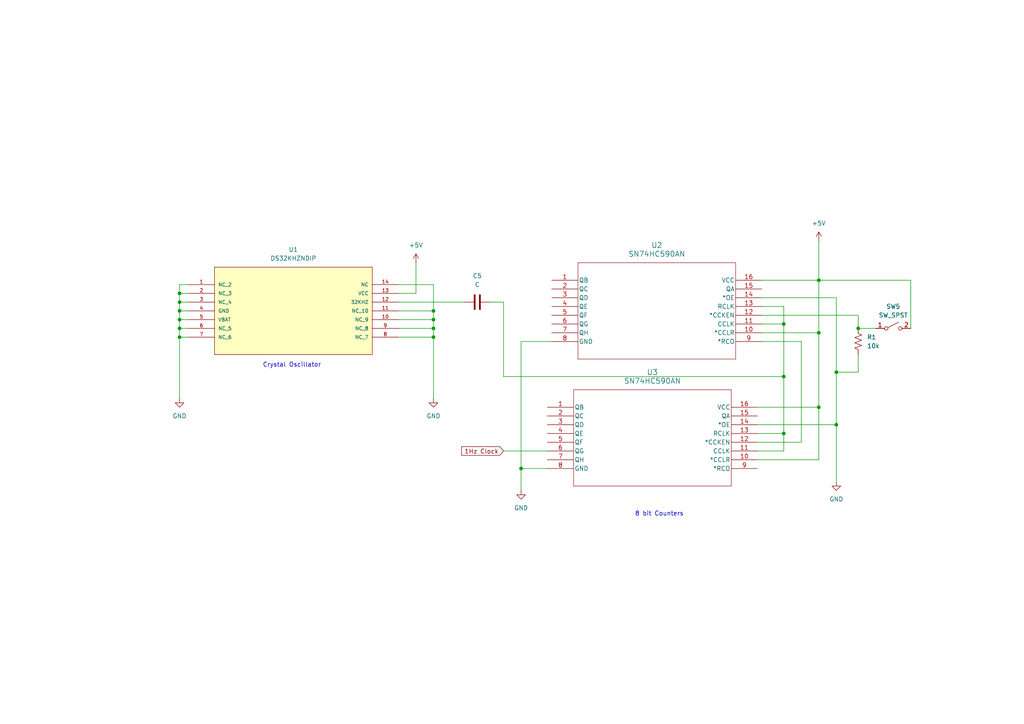
<source format=kicad_sch>
(kicad_sch (version 20230121) (generator eeschema)

  (uuid c7b2a19f-f595-4731-b116-adf373a3a265)

  (paper "A4")

  (lib_symbols
    (symbol "ClockLibrary:DS32KHZNDIP" (pin_names (offset 1.016)) (in_bom yes) (on_board yes)
      (property "Reference" "U" (at 25.7882 9.1301 0)
        (effects (font (size 1.27 1.27)) (justify left bottom))
      )
      (property "Value" "DS32KHZNDIP" (at 25.1644 6.5901 0)
        (effects (font (size 1.27 1.27)) (justify left bottom))
      )
      (property "Footprint" "DS32KHZNDIP:21-0244A" (at 0 0 0)
        (effects (font (size 1.27 1.27)) (justify bottom) hide)
      )
      (property "Datasheet" "" (at 0 0 0)
        (effects (font (size 1.27 1.27)) hide)
      )
      (property "MANUFACTURER_NAME" "Maxim" (at 0 0 0)
        (effects (font (size 1.27 1.27)) (justify bottom) hide)
      )
      (property "VENDOR" "Maxim" (at 0 0 0)
        (effects (font (size 1.27 1.27)) (justify bottom) hide)
      )
      (property "MANUFACTURER_PART_NUMBER" "DS32KHZNDIP" (at 0 0 0)
        (effects (font (size 1.27 1.27)) (justify bottom) hide)
      )
      (symbol "DS32KHZNDIP_0_0"
        (rectangle (start 7.62 -20.32) (end 53.34 5.08)
          (stroke (width 0.1524) (type default))
          (fill (type background))
        )
        (pin passive line (at 0 0 0) (length 7.62)
          (name "NC_2" (effects (font (size 1.016 1.016))))
          (number "1" (effects (font (size 1.016 1.016))))
        )
        (pin passive line (at 60.96 -10.16 180) (length 7.62)
          (name "NC_9" (effects (font (size 1.016 1.016))))
          (number "10" (effects (font (size 1.016 1.016))))
        )
        (pin passive line (at 60.96 -7.62 180) (length 7.62)
          (name "NC_10" (effects (font (size 1.016 1.016))))
          (number "11" (effects (font (size 1.016 1.016))))
        )
        (pin passive line (at 60.96 -5.08 180) (length 7.62)
          (name "32KHZ" (effects (font (size 1.016 1.016))))
          (number "12" (effects (font (size 1.016 1.016))))
        )
        (pin power_in line (at 60.96 -2.54 180) (length 7.62)
          (name "VCC" (effects (font (size 1.016 1.016))))
          (number "13" (effects (font (size 1.016 1.016))))
        )
        (pin passive line (at 60.96 0 180) (length 7.62)
          (name "NC" (effects (font (size 1.016 1.016))))
          (number "14" (effects (font (size 1.016 1.016))))
        )
        (pin passive line (at 0 -2.54 0) (length 7.62)
          (name "NC_3" (effects (font (size 1.016 1.016))))
          (number "2" (effects (font (size 1.016 1.016))))
        )
        (pin passive line (at 0 -5.08 0) (length 7.62)
          (name "NC_4" (effects (font (size 1.016 1.016))))
          (number "3" (effects (font (size 1.016 1.016))))
        )
        (pin power_in line (at 0 -7.62 0) (length 7.62)
          (name "GND" (effects (font (size 1.016 1.016))))
          (number "4" (effects (font (size 1.016 1.016))))
        )
        (pin power_in line (at 0 -10.16 0) (length 7.62)
          (name "VBAT" (effects (font (size 1.016 1.016))))
          (number "5" (effects (font (size 1.016 1.016))))
        )
        (pin passive line (at 0 -12.7 0) (length 7.62)
          (name "NC_5" (effects (font (size 1.016 1.016))))
          (number "6" (effects (font (size 1.016 1.016))))
        )
        (pin passive line (at 0 -15.24 0) (length 7.62)
          (name "NC_6" (effects (font (size 1.016 1.016))))
          (number "7" (effects (font (size 1.016 1.016))))
        )
        (pin passive line (at 60.96 -15.24 180) (length 7.62)
          (name "NC_7" (effects (font (size 1.016 1.016))))
          (number "8" (effects (font (size 1.016 1.016))))
        )
        (pin passive line (at 60.96 -12.7 180) (length 7.62)
          (name "NC_8" (effects (font (size 1.016 1.016))))
          (number "9" (effects (font (size 1.016 1.016))))
        )
      )
    )
    (symbol "ClockLibrary:SN74HC590AN" (pin_names (offset 0.254)) (in_bom yes) (on_board yes)
      (property "Reference" "U" (at 30.48 10.16 0)
        (effects (font (size 1.524 1.524)))
      )
      (property "Value" "SN74HC590AN" (at 30.48 7.62 0)
        (effects (font (size 1.524 1.524)))
      )
      (property "Footprint" "N16" (at 0 0 0)
        (effects (font (size 1.27 1.27) italic) hide)
      )
      (property "Datasheet" "SN74HC590AN" (at 0 0 0)
        (effects (font (size 1.27 1.27) italic) hide)
      )
      (property "ki_locked" "" (at 0 0 0)
        (effects (font (size 1.27 1.27)))
      )
      (property "ki_keywords" "SN74HC590AN" (at 0 0 0)
        (effects (font (size 1.27 1.27)) hide)
      )
      (property "ki_fp_filters" "N16" (at 0 0 0)
        (effects (font (size 1.27 1.27)) hide)
      )
      (symbol "SN74HC590AN_0_1"
        (polyline
          (pts
            (xy 7.62 -22.86)
            (xy 53.34 -22.86)
          )
          (stroke (width 0.127) (type default))
          (fill (type none))
        )
        (polyline
          (pts
            (xy 7.62 5.08)
            (xy 7.62 -22.86)
          )
          (stroke (width 0.127) (type default))
          (fill (type none))
        )
        (polyline
          (pts
            (xy 53.34 -22.86)
            (xy 53.34 5.08)
          )
          (stroke (width 0.127) (type default))
          (fill (type none))
        )
        (polyline
          (pts
            (xy 53.34 5.08)
            (xy 7.62 5.08)
          )
          (stroke (width 0.127) (type default))
          (fill (type none))
        )
        (pin output line (at 0 0 0) (length 7.62)
          (name "QB" (effects (font (size 1.27 1.27))))
          (number "1" (effects (font (size 1.27 1.27))))
        )
        (pin input line (at 60.96 -15.24 180) (length 7.62)
          (name "*CCLR" (effects (font (size 1.27 1.27))))
          (number "10" (effects (font (size 1.27 1.27))))
        )
        (pin input line (at 60.96 -12.7 180) (length 7.62)
          (name "CCLK" (effects (font (size 1.27 1.27))))
          (number "11" (effects (font (size 1.27 1.27))))
        )
        (pin input line (at 60.96 -10.16 180) (length 7.62)
          (name "*CCKEN" (effects (font (size 1.27 1.27))))
          (number "12" (effects (font (size 1.27 1.27))))
        )
        (pin input line (at 60.96 -7.62 180) (length 7.62)
          (name "RCLK" (effects (font (size 1.27 1.27))))
          (number "13" (effects (font (size 1.27 1.27))))
        )
        (pin input line (at 60.96 -5.08 180) (length 7.62)
          (name "*OE" (effects (font (size 1.27 1.27))))
          (number "14" (effects (font (size 1.27 1.27))))
        )
        (pin output line (at 60.96 -2.54 180) (length 7.62)
          (name "QA" (effects (font (size 1.27 1.27))))
          (number "15" (effects (font (size 1.27 1.27))))
        )
        (pin power_in line (at 60.96 0 180) (length 7.62)
          (name "VCC" (effects (font (size 1.27 1.27))))
          (number "16" (effects (font (size 1.27 1.27))))
        )
        (pin output line (at 0 -2.54 0) (length 7.62)
          (name "QC" (effects (font (size 1.27 1.27))))
          (number "2" (effects (font (size 1.27 1.27))))
        )
        (pin output line (at 0 -5.08 0) (length 7.62)
          (name "QD" (effects (font (size 1.27 1.27))))
          (number "3" (effects (font (size 1.27 1.27))))
        )
        (pin output line (at 0 -7.62 0) (length 7.62)
          (name "QE" (effects (font (size 1.27 1.27))))
          (number "4" (effects (font (size 1.27 1.27))))
        )
        (pin output line (at 0 -10.16 0) (length 7.62)
          (name "QF" (effects (font (size 1.27 1.27))))
          (number "5" (effects (font (size 1.27 1.27))))
        )
        (pin output line (at 0 -12.7 0) (length 7.62)
          (name "QG" (effects (font (size 1.27 1.27))))
          (number "6" (effects (font (size 1.27 1.27))))
        )
        (pin output line (at 0 -15.24 0) (length 7.62)
          (name "QH" (effects (font (size 1.27 1.27))))
          (number "7" (effects (font (size 1.27 1.27))))
        )
        (pin power_in line (at 0 -17.78 0) (length 7.62)
          (name "GND" (effects (font (size 1.27 1.27))))
          (number "8" (effects (font (size 1.27 1.27))))
        )
        (pin output line (at 60.96 -17.78 180) (length 7.62)
          (name "*RCO" (effects (font (size 1.27 1.27))))
          (number "9" (effects (font (size 1.27 1.27))))
        )
      )
    )
    (symbol "Device:C" (pin_numbers hide) (pin_names (offset 0.254)) (in_bom yes) (on_board yes)
      (property "Reference" "C" (at 0.635 2.54 0)
        (effects (font (size 1.27 1.27)) (justify left))
      )
      (property "Value" "C" (at 0.635 -2.54 0)
        (effects (font (size 1.27 1.27)) (justify left))
      )
      (property "Footprint" "" (at 0.9652 -3.81 0)
        (effects (font (size 1.27 1.27)) hide)
      )
      (property "Datasheet" "~" (at 0 0 0)
        (effects (font (size 1.27 1.27)) hide)
      )
      (property "ki_keywords" "cap capacitor" (at 0 0 0)
        (effects (font (size 1.27 1.27)) hide)
      )
      (property "ki_description" "Unpolarized capacitor" (at 0 0 0)
        (effects (font (size 1.27 1.27)) hide)
      )
      (property "ki_fp_filters" "C_*" (at 0 0 0)
        (effects (font (size 1.27 1.27)) hide)
      )
      (symbol "C_0_1"
        (polyline
          (pts
            (xy -2.032 -0.762)
            (xy 2.032 -0.762)
          )
          (stroke (width 0.508) (type default))
          (fill (type none))
        )
        (polyline
          (pts
            (xy -2.032 0.762)
            (xy 2.032 0.762)
          )
          (stroke (width 0.508) (type default))
          (fill (type none))
        )
      )
      (symbol "C_1_1"
        (pin passive line (at 0 3.81 270) (length 2.794)
          (name "~" (effects (font (size 1.27 1.27))))
          (number "1" (effects (font (size 1.27 1.27))))
        )
        (pin passive line (at 0 -3.81 90) (length 2.794)
          (name "~" (effects (font (size 1.27 1.27))))
          (number "2" (effects (font (size 1.27 1.27))))
        )
      )
    )
    (symbol "Device:R_US" (pin_numbers hide) (pin_names (offset 0)) (in_bom yes) (on_board yes)
      (property "Reference" "R" (at 2.54 0 90)
        (effects (font (size 1.27 1.27)))
      )
      (property "Value" "R_US" (at -2.54 0 90)
        (effects (font (size 1.27 1.27)))
      )
      (property "Footprint" "" (at 1.016 -0.254 90)
        (effects (font (size 1.27 1.27)) hide)
      )
      (property "Datasheet" "~" (at 0 0 0)
        (effects (font (size 1.27 1.27)) hide)
      )
      (property "ki_keywords" "R res resistor" (at 0 0 0)
        (effects (font (size 1.27 1.27)) hide)
      )
      (property "ki_description" "Resistor, US symbol" (at 0 0 0)
        (effects (font (size 1.27 1.27)) hide)
      )
      (property "ki_fp_filters" "R_*" (at 0 0 0)
        (effects (font (size 1.27 1.27)) hide)
      )
      (symbol "R_US_0_1"
        (polyline
          (pts
            (xy 0 -2.286)
            (xy 0 -2.54)
          )
          (stroke (width 0) (type default))
          (fill (type none))
        )
        (polyline
          (pts
            (xy 0 2.286)
            (xy 0 2.54)
          )
          (stroke (width 0) (type default))
          (fill (type none))
        )
        (polyline
          (pts
            (xy 0 -0.762)
            (xy 1.016 -1.143)
            (xy 0 -1.524)
            (xy -1.016 -1.905)
            (xy 0 -2.286)
          )
          (stroke (width 0) (type default))
          (fill (type none))
        )
        (polyline
          (pts
            (xy 0 0.762)
            (xy 1.016 0.381)
            (xy 0 0)
            (xy -1.016 -0.381)
            (xy 0 -0.762)
          )
          (stroke (width 0) (type default))
          (fill (type none))
        )
        (polyline
          (pts
            (xy 0 2.286)
            (xy 1.016 1.905)
            (xy 0 1.524)
            (xy -1.016 1.143)
            (xy 0 0.762)
          )
          (stroke (width 0) (type default))
          (fill (type none))
        )
      )
      (symbol "R_US_1_1"
        (pin passive line (at 0 3.81 270) (length 1.27)
          (name "~" (effects (font (size 1.27 1.27))))
          (number "1" (effects (font (size 1.27 1.27))))
        )
        (pin passive line (at 0 -3.81 90) (length 1.27)
          (name "~" (effects (font (size 1.27 1.27))))
          (number "2" (effects (font (size 1.27 1.27))))
        )
      )
    )
    (symbol "Switch:SW_SPST" (pin_names (offset 0) hide) (in_bom yes) (on_board yes)
      (property "Reference" "SW" (at 0 3.175 0)
        (effects (font (size 1.27 1.27)))
      )
      (property "Value" "SW_SPST" (at 0 -2.54 0)
        (effects (font (size 1.27 1.27)))
      )
      (property "Footprint" "" (at 0 0 0)
        (effects (font (size 1.27 1.27)) hide)
      )
      (property "Datasheet" "~" (at 0 0 0)
        (effects (font (size 1.27 1.27)) hide)
      )
      (property "ki_keywords" "switch lever" (at 0 0 0)
        (effects (font (size 1.27 1.27)) hide)
      )
      (property "ki_description" "Single Pole Single Throw (SPST) switch" (at 0 0 0)
        (effects (font (size 1.27 1.27)) hide)
      )
      (symbol "SW_SPST_0_0"
        (circle (center -2.032 0) (radius 0.508)
          (stroke (width 0) (type default))
          (fill (type none))
        )
        (polyline
          (pts
            (xy -1.524 0.254)
            (xy 1.524 1.778)
          )
          (stroke (width 0) (type default))
          (fill (type none))
        )
        (circle (center 2.032 0) (radius 0.508)
          (stroke (width 0) (type default))
          (fill (type none))
        )
      )
      (symbol "SW_SPST_1_1"
        (pin passive line (at -5.08 0 0) (length 2.54)
          (name "A" (effects (font (size 1.27 1.27))))
          (number "1" (effects (font (size 1.27 1.27))))
        )
        (pin passive line (at 5.08 0 180) (length 2.54)
          (name "B" (effects (font (size 1.27 1.27))))
          (number "2" (effects (font (size 1.27 1.27))))
        )
      )
    )
    (symbol "power:+5V" (power) (pin_names (offset 0)) (in_bom yes) (on_board yes)
      (property "Reference" "#PWR" (at 0 -3.81 0)
        (effects (font (size 1.27 1.27)) hide)
      )
      (property "Value" "+5V" (at 0 3.556 0)
        (effects (font (size 1.27 1.27)))
      )
      (property "Footprint" "" (at 0 0 0)
        (effects (font (size 1.27 1.27)) hide)
      )
      (property "Datasheet" "" (at 0 0 0)
        (effects (font (size 1.27 1.27)) hide)
      )
      (property "ki_keywords" "global power" (at 0 0 0)
        (effects (font (size 1.27 1.27)) hide)
      )
      (property "ki_description" "Power symbol creates a global label with name \"+5V\"" (at 0 0 0)
        (effects (font (size 1.27 1.27)) hide)
      )
      (symbol "+5V_0_1"
        (polyline
          (pts
            (xy -0.762 1.27)
            (xy 0 2.54)
          )
          (stroke (width 0) (type default))
          (fill (type none))
        )
        (polyline
          (pts
            (xy 0 0)
            (xy 0 2.54)
          )
          (stroke (width 0) (type default))
          (fill (type none))
        )
        (polyline
          (pts
            (xy 0 2.54)
            (xy 0.762 1.27)
          )
          (stroke (width 0) (type default))
          (fill (type none))
        )
      )
      (symbol "+5V_1_1"
        (pin power_in line (at 0 0 90) (length 0) hide
          (name "+5V" (effects (font (size 1.27 1.27))))
          (number "1" (effects (font (size 1.27 1.27))))
        )
      )
    )
    (symbol "power:GND" (power) (pin_names (offset 0)) (in_bom yes) (on_board yes)
      (property "Reference" "#PWR" (at 0 -6.35 0)
        (effects (font (size 1.27 1.27)) hide)
      )
      (property "Value" "GND" (at 0 -3.81 0)
        (effects (font (size 1.27 1.27)))
      )
      (property "Footprint" "" (at 0 0 0)
        (effects (font (size 1.27 1.27)) hide)
      )
      (property "Datasheet" "" (at 0 0 0)
        (effects (font (size 1.27 1.27)) hide)
      )
      (property "ki_keywords" "global power" (at 0 0 0)
        (effects (font (size 1.27 1.27)) hide)
      )
      (property "ki_description" "Power symbol creates a global label with name \"GND\" , ground" (at 0 0 0)
        (effects (font (size 1.27 1.27)) hide)
      )
      (symbol "GND_0_1"
        (polyline
          (pts
            (xy 0 0)
            (xy 0 -1.27)
            (xy 1.27 -1.27)
            (xy 0 -2.54)
            (xy -1.27 -1.27)
            (xy 0 -1.27)
          )
          (stroke (width 0) (type default))
          (fill (type none))
        )
      )
      (symbol "GND_1_1"
        (pin power_in line (at 0 0 270) (length 0) hide
          (name "GND" (effects (font (size 1.27 1.27))))
          (number "1" (effects (font (size 1.27 1.27))))
        )
      )
    )
  )

  (junction (at 52.07 95.25) (diameter 0) (color 0 0 0 0)
    (uuid 072f8c8e-4e75-4cef-9c5e-962e2f531d0b)
  )
  (junction (at 237.49 96.52) (diameter 0) (color 0 0 0 0)
    (uuid 09d306c1-7069-465e-8772-98c184715a04)
  )
  (junction (at 248.92 95.25) (diameter 0) (color 0 0 0 0)
    (uuid 139055bb-d317-4b84-90fb-8c6e29b9f21f)
  )
  (junction (at 237.49 118.11) (diameter 0) (color 0 0 0 0)
    (uuid 2414a378-6e71-4fbe-8bae-f82ec549cb10)
  )
  (junction (at 227.33 93.98) (diameter 0) (color 0 0 0 0)
    (uuid 24ccb99e-f340-45e2-8570-77edfd5100e0)
  )
  (junction (at 125.73 90.17) (diameter 0) (color 0 0 0 0)
    (uuid 38e87dd5-9dfc-4d6d-8493-86e0478f2006)
  )
  (junction (at 52.07 97.79) (diameter 0) (color 0 0 0 0)
    (uuid 4d56049e-dc65-4fe8-844c-962d59a12f8f)
  )
  (junction (at 125.73 97.79) (diameter 0) (color 0 0 0 0)
    (uuid 664201e8-5267-479e-89a7-79df0bceb2a9)
  )
  (junction (at 125.73 95.25) (diameter 0) (color 0 0 0 0)
    (uuid 6961225c-3f56-4071-b82b-c867f258c224)
  )
  (junction (at 52.07 92.71) (diameter 0) (color 0 0 0 0)
    (uuid 8174d28d-7eea-48fd-b33f-7593f43ac632)
  )
  (junction (at 52.07 90.17) (diameter 0) (color 0 0 0 0)
    (uuid 85488b77-05bc-4426-8d66-28167ed93cbe)
  )
  (junction (at 227.33 109.22) (diameter 0) (color 0 0 0 0)
    (uuid 8b6b9931-99fe-441e-befc-5bce8637a191)
  )
  (junction (at 151.13 135.89) (diameter 0) (color 0 0 0 0)
    (uuid 911ab368-ec86-4b21-9679-25da4111f856)
  )
  (junction (at 227.33 125.73) (diameter 0) (color 0 0 0 0)
    (uuid a4137402-d401-4bbe-8ac6-f2044fdaaa27)
  )
  (junction (at 242.57 107.95) (diameter 0) (color 0 0 0 0)
    (uuid b51bf1b6-682a-4f52-8df0-5a9f15c85e3d)
  )
  (junction (at 125.73 92.71) (diameter 0) (color 0 0 0 0)
    (uuid ce72d940-6cdb-4ae4-8b66-477bf9d927fd)
  )
  (junction (at 52.07 85.09) (diameter 0) (color 0 0 0 0)
    (uuid ce8e557b-648f-4b4e-aa9a-89ea04b21920)
  )
  (junction (at 237.49 81.28) (diameter 0) (color 0 0 0 0)
    (uuid d7896001-626c-40fe-9af0-1b48b7e95751)
  )
  (junction (at 52.07 87.63) (diameter 0) (color 0 0 0 0)
    (uuid ebfb2c86-1b82-4c28-981f-0444ac89ca1c)
  )
  (junction (at 242.57 123.19) (diameter 0) (color 0 0 0 0)
    (uuid fb36db90-195a-4b09-bdaf-5828f035e017)
  )

  (wire (pts (xy 52.07 92.71) (xy 54.61 92.71))
    (stroke (width 0) (type default))
    (uuid 03c323c4-cdc6-46b7-821d-f4f42451116c)
  )
  (wire (pts (xy 146.05 87.63) (xy 146.05 109.22))
    (stroke (width 0) (type default))
    (uuid 087be814-bfeb-46f4-a3dd-8627c351bda2)
  )
  (wire (pts (xy 115.57 87.63) (xy 134.62 87.63))
    (stroke (width 0) (type default))
    (uuid 118f6c1f-9c8a-4f14-90d6-d6fdcc8f4abd)
  )
  (wire (pts (xy 219.71 125.73) (xy 227.33 125.73))
    (stroke (width 0) (type default))
    (uuid 13f913be-2800-4f10-ad11-1116ecd94f61)
  )
  (wire (pts (xy 115.57 85.09) (xy 120.65 85.09))
    (stroke (width 0) (type default))
    (uuid 14998001-6d5a-48f2-aa23-71e4f803bb1a)
  )
  (wire (pts (xy 151.13 99.06) (xy 151.13 135.89))
    (stroke (width 0) (type default))
    (uuid 1e81e8b5-9559-48c2-a7f6-02863e6e2156)
  )
  (wire (pts (xy 242.57 86.36) (xy 220.98 86.36))
    (stroke (width 0) (type default))
    (uuid 1ed2e9d0-b800-4adf-b4b1-f6d2b2990852)
  )
  (wire (pts (xy 220.98 99.06) (xy 232.41 99.06))
    (stroke (width 0) (type default))
    (uuid 1f904fa5-7dd3-45eb-ba48-3f76246f4baa)
  )
  (wire (pts (xy 220.98 81.28) (xy 237.49 81.28))
    (stroke (width 0) (type default))
    (uuid 245ff98a-6c74-41c0-a69c-545057335bc1)
  )
  (wire (pts (xy 52.07 82.55) (xy 52.07 85.09))
    (stroke (width 0) (type default))
    (uuid 26fd8508-0cc8-478d-b61c-d72fa8a475ee)
  )
  (wire (pts (xy 220.98 91.44) (xy 248.92 91.44))
    (stroke (width 0) (type default))
    (uuid 29404100-6de3-486c-90e9-49c175e5b97b)
  )
  (wire (pts (xy 248.92 102.87) (xy 248.92 107.95))
    (stroke (width 0) (type default))
    (uuid 2e26b3dc-950b-47b2-ade7-98c5d4e89c9a)
  )
  (wire (pts (xy 151.13 135.89) (xy 158.75 135.89))
    (stroke (width 0) (type default))
    (uuid 2fad3a27-001c-4930-aa5f-5b5ba775f0d1)
  )
  (wire (pts (xy 219.71 118.11) (xy 237.49 118.11))
    (stroke (width 0) (type default))
    (uuid 346398de-039f-4edb-b9d4-76f58f97c4f5)
  )
  (wire (pts (xy 248.92 95.25) (xy 254 95.25))
    (stroke (width 0) (type default))
    (uuid 36e15326-247a-41a2-887d-ff29932e28fb)
  )
  (wire (pts (xy 264.16 81.28) (xy 237.49 81.28))
    (stroke (width 0) (type default))
    (uuid 3c8a5aea-8bad-48df-9dbd-1a1ac7e51df4)
  )
  (wire (pts (xy 248.92 107.95) (xy 242.57 107.95))
    (stroke (width 0) (type default))
    (uuid 3e406149-d056-48bd-b9fb-f0ec0442f9a4)
  )
  (wire (pts (xy 219.71 130.81) (xy 227.33 130.81))
    (stroke (width 0) (type default))
    (uuid 3e506238-4d39-4dd7-b880-50f705c5a6d3)
  )
  (wire (pts (xy 120.65 85.09) (xy 120.65 76.2))
    (stroke (width 0) (type default))
    (uuid 479e0d15-0316-4ba7-a40b-fc1484aeb5a2)
  )
  (wire (pts (xy 227.33 93.98) (xy 220.98 93.98))
    (stroke (width 0) (type default))
    (uuid 4ae4ccc9-a252-4512-92bb-1428030934c9)
  )
  (wire (pts (xy 52.07 90.17) (xy 54.61 90.17))
    (stroke (width 0) (type default))
    (uuid 55e980fd-920e-4906-a998-d9e0f00ecdca)
  )
  (wire (pts (xy 52.07 87.63) (xy 52.07 90.17))
    (stroke (width 0) (type default))
    (uuid 57e75844-2343-4c8f-88d8-bcd40b9aa259)
  )
  (wire (pts (xy 52.07 95.25) (xy 52.07 92.71))
    (stroke (width 0) (type default))
    (uuid 5f380e71-5274-4c5a-8696-921f4aa1c69b)
  )
  (wire (pts (xy 232.41 128.27) (xy 219.71 128.27))
    (stroke (width 0) (type default))
    (uuid 6024f8e0-1ef5-4b53-91a1-db10df07c1cd)
  )
  (wire (pts (xy 227.33 125.73) (xy 227.33 109.22))
    (stroke (width 0) (type default))
    (uuid 645d472a-6c5f-4e8e-8b2e-17b014d99c6a)
  )
  (wire (pts (xy 220.98 96.52) (xy 237.49 96.52))
    (stroke (width 0) (type default))
    (uuid 64f9314a-f1eb-4a68-83a4-3842bb739e6c)
  )
  (wire (pts (xy 52.07 87.63) (xy 54.61 87.63))
    (stroke (width 0) (type default))
    (uuid 7167a7fe-5b7d-435e-af98-8277864e04fb)
  )
  (wire (pts (xy 115.57 92.71) (xy 125.73 92.71))
    (stroke (width 0) (type default))
    (uuid 79e70189-2909-4673-81cd-032c0ac96a8f)
  )
  (wire (pts (xy 237.49 96.52) (xy 237.49 81.28))
    (stroke (width 0) (type default))
    (uuid 7c930d51-f3ca-4eb3-be9d-07baa59875da)
  )
  (wire (pts (xy 115.57 97.79) (xy 125.73 97.79))
    (stroke (width 0) (type default))
    (uuid 82ad3683-28cf-4781-bd00-138657cf0a0c)
  )
  (wire (pts (xy 160.02 99.06) (xy 151.13 99.06))
    (stroke (width 0) (type default))
    (uuid 833f6051-3d23-45f9-af4e-318587bc2be0)
  )
  (wire (pts (xy 52.07 115.57) (xy 52.07 97.79))
    (stroke (width 0) (type default))
    (uuid 8e3e1f9b-7711-4c11-bf3f-1842096766e8)
  )
  (wire (pts (xy 242.57 86.36) (xy 242.57 107.95))
    (stroke (width 0) (type default))
    (uuid 98690521-a31a-457f-8c19-41fbf0ff0bd6)
  )
  (wire (pts (xy 125.73 90.17) (xy 125.73 92.71))
    (stroke (width 0) (type default))
    (uuid 98742c97-514e-40d4-af2a-d0abec1bc7ef)
  )
  (wire (pts (xy 248.92 91.44) (xy 248.92 95.25))
    (stroke (width 0) (type default))
    (uuid 99014bee-5891-4030-aa69-768dcb82e256)
  )
  (wire (pts (xy 219.71 133.35) (xy 237.49 133.35))
    (stroke (width 0) (type default))
    (uuid 9d8bf17a-a2e8-4918-bdbd-796d093fdabf)
  )
  (wire (pts (xy 52.07 97.79) (xy 52.07 95.25))
    (stroke (width 0) (type default))
    (uuid 9f7a8651-28d3-4607-a966-210fa52f8135)
  )
  (wire (pts (xy 264.16 95.25) (xy 264.16 81.28))
    (stroke (width 0) (type default))
    (uuid a2e53f9e-24b2-4936-aae1-1eabcdeb2e1c)
  )
  (wire (pts (xy 125.73 95.25) (xy 125.73 97.79))
    (stroke (width 0) (type default))
    (uuid a3ebb4e0-d10f-48fe-b5d3-81debfeeb811)
  )
  (wire (pts (xy 146.05 109.22) (xy 227.33 109.22))
    (stroke (width 0) (type default))
    (uuid a6995395-dbea-4600-bf35-701f004bec0d)
  )
  (wire (pts (xy 142.24 87.63) (xy 146.05 87.63))
    (stroke (width 0) (type default))
    (uuid a9e5fe3f-ef3a-4b56-ab1b-db8b8291e15b)
  )
  (wire (pts (xy 232.41 99.06) (xy 232.41 128.27))
    (stroke (width 0) (type default))
    (uuid ae2b87e6-7f2e-49e0-81ff-4ff7ac1fd7b9)
  )
  (wire (pts (xy 115.57 95.25) (xy 125.73 95.25))
    (stroke (width 0) (type default))
    (uuid b6c230d8-7818-4c10-ba2f-9f67a99cdfa1)
  )
  (wire (pts (xy 227.33 109.22) (xy 227.33 93.98))
    (stroke (width 0) (type default))
    (uuid b6fe9606-437a-4d11-8897-2e5b12743ae6)
  )
  (wire (pts (xy 52.07 85.09) (xy 52.07 87.63))
    (stroke (width 0) (type default))
    (uuid b8a64545-bd51-4013-9013-f3b982496964)
  )
  (wire (pts (xy 52.07 85.09) (xy 54.61 85.09))
    (stroke (width 0) (type default))
    (uuid b8b348df-4e91-4222-849b-4aff3d7374ae)
  )
  (wire (pts (xy 227.33 130.81) (xy 227.33 125.73))
    (stroke (width 0) (type default))
    (uuid c2098349-24b8-4768-ab04-ae112e6c9544)
  )
  (wire (pts (xy 125.73 97.79) (xy 125.73 115.57))
    (stroke (width 0) (type default))
    (uuid c5ad58d5-5b71-41f6-949a-bf8b7c4ebd0d)
  )
  (wire (pts (xy 52.07 92.71) (xy 52.07 90.17))
    (stroke (width 0) (type default))
    (uuid c79319e3-0d8f-49b4-b393-a2f11920df30)
  )
  (wire (pts (xy 151.13 142.24) (xy 151.13 135.89))
    (stroke (width 0) (type default))
    (uuid c9073639-0a0d-478d-a4a2-4aa016b6a1ad)
  )
  (wire (pts (xy 54.61 82.55) (xy 52.07 82.55))
    (stroke (width 0) (type default))
    (uuid ca3f3dbf-6c51-42ce-9c7a-9440d8be774d)
  )
  (wire (pts (xy 52.07 95.25) (xy 54.61 95.25))
    (stroke (width 0) (type default))
    (uuid ca925ccd-6df8-4ede-b03f-0ef07d08a68d)
  )
  (wire (pts (xy 237.49 81.28) (xy 237.49 69.85))
    (stroke (width 0) (type default))
    (uuid ccd37fb7-ee67-4375-9417-42d4b94fb480)
  )
  (wire (pts (xy 146.05 130.81) (xy 158.75 130.81))
    (stroke (width 0) (type default))
    (uuid cf4d4cff-0712-40fc-9ba6-89245f4f55a5)
  )
  (wire (pts (xy 125.73 82.55) (xy 125.73 90.17))
    (stroke (width 0) (type default))
    (uuid cfc33580-c12b-4508-9693-b01963cdb6ac)
  )
  (wire (pts (xy 219.71 123.19) (xy 242.57 123.19))
    (stroke (width 0) (type default))
    (uuid d0d60103-5526-4fa3-b17d-5ff791bc7f63)
  )
  (wire (pts (xy 242.57 139.7) (xy 242.57 123.19))
    (stroke (width 0) (type default))
    (uuid d50b9f03-f2d9-455b-bba5-894972118709)
  )
  (wire (pts (xy 115.57 90.17) (xy 125.73 90.17))
    (stroke (width 0) (type default))
    (uuid d8ccb5d8-111f-4c7d-9497-e4e5747d832d)
  )
  (wire (pts (xy 115.57 82.55) (xy 125.73 82.55))
    (stroke (width 0) (type default))
    (uuid d9f94b27-06f4-4d61-9048-b9080d02edc1)
  )
  (wire (pts (xy 242.57 107.95) (xy 242.57 123.19))
    (stroke (width 0) (type default))
    (uuid e872f5e0-7ff5-4b39-9b9f-ac3be703d9d5)
  )
  (wire (pts (xy 237.49 118.11) (xy 237.49 96.52))
    (stroke (width 0) (type default))
    (uuid e9c89665-bf04-4c9d-8592-4d7557ed18f5)
  )
  (wire (pts (xy 227.33 88.9) (xy 227.33 93.98))
    (stroke (width 0) (type default))
    (uuid eaac17db-7738-4848-82f0-7c0e7b3838fd)
  )
  (wire (pts (xy 237.49 133.35) (xy 237.49 118.11))
    (stroke (width 0) (type default))
    (uuid ee4e6e9b-3a9f-484c-a4a3-b6edfbb30760)
  )
  (wire (pts (xy 220.98 88.9) (xy 227.33 88.9))
    (stroke (width 0) (type default))
    (uuid f26c24f9-413e-495e-a14c-c12ad183fc2c)
  )
  (wire (pts (xy 125.73 92.71) (xy 125.73 95.25))
    (stroke (width 0) (type default))
    (uuid f7f198fb-8a2c-4fe9-be7e-f2f3d1d6517d)
  )
  (wire (pts (xy 52.07 97.79) (xy 54.61 97.79))
    (stroke (width 0) (type default))
    (uuid fb9f1116-482c-4add-ae23-65542fd8e62c)
  )

  (text "Crystal Oscillator" (at 76.2 106.68 0)
    (effects (font (face "KiCad Font") (size 1.27 1.27)) (justify left bottom))
    (uuid 2c7df1dc-c90a-4c2f-867e-8ce0af21fcaa)
  )
  (text "8 bit Counters" (at 184.15 149.86 0)
    (effects (font (size 1.27 1.27)) (justify left bottom))
    (uuid b62a0621-d9e8-4bcc-9766-13c8c673a139)
  )

  (global_label "1Hz Clock" (shape input) (at 146.05 130.81 180) (fields_autoplaced)
    (effects (font (size 1.27 1.27)) (justify right))
    (uuid a60a1f93-95b6-4607-96b7-886c292c8041)
    (property "Intersheetrefs" "${INTERSHEET_REFS}" (at 133.3282 130.81 0)
      (effects (font (size 1.27 1.27)) (justify right) hide)
    )
  )

  (symbol (lib_id "Device:C") (at 138.43 87.63 90) (unit 1)
    (in_bom yes) (on_board yes) (dnp no) (fields_autoplaced)
    (uuid 3403895e-f7dc-4a1c-93cc-9199641e701b)
    (property "Reference" "C5" (at 138.43 80.01 90)
      (effects (font (size 1.27 1.27)))
    )
    (property "Value" "C" (at 138.43 82.55 90)
      (effects (font (size 1.27 1.27)))
    )
    (property "Footprint" "" (at 142.24 86.6648 0)
      (effects (font (size 1.27 1.27)) hide)
    )
    (property "Datasheet" "~" (at 138.43 87.63 0)
      (effects (font (size 1.27 1.27)) hide)
    )
    (pin "1" (uuid c4ae1065-9f4d-4bac-bea9-89ac2bf4593e))
    (pin "2" (uuid 8e7d151e-e9c1-40f4-b0f0-3199043f2f5e))
    (instances
      (project "QuartsCrystal_Clock"
        (path "/9ee05a47-5ef5-44ed-abfb-ab377ccdf437/d00b7bc9-48cc-48b8-8144-9b88ded94bca"
          (reference "C5") (unit 1)
        )
      )
    )
  )

  (symbol (lib_id "ClockLibrary:SN74HC590AN") (at 160.02 81.28 0) (unit 1)
    (in_bom yes) (on_board yes) (dnp no) (fields_autoplaced)
    (uuid 7b194da2-69d1-4951-b6e2-2ff1b2b61485)
    (property "Reference" "U2" (at 190.5 71.12 0)
      (effects (font (size 1.524 1.524)))
    )
    (property "Value" "SN74HC590AN" (at 190.5 73.66 0)
      (effects (font (size 1.524 1.524)))
    )
    (property "Footprint" "N16" (at 160.02 81.28 0)
      (effects (font (size 1.27 1.27) italic) hide)
    )
    (property "Datasheet" "SN74HC590AN" (at 160.02 81.28 0)
      (effects (font (size 1.27 1.27) italic) hide)
    )
    (pin "1" (uuid ba2882da-11f9-4742-8830-aa7883d08f02))
    (pin "10" (uuid d415f8ad-10be-4e37-b6e8-fcb1971bd496))
    (pin "11" (uuid a18b95f7-87b5-4e5b-8b69-bae5c067a3cf))
    (pin "12" (uuid 6bd87f4c-a8f5-457c-96b6-6d468325de44))
    (pin "13" (uuid 75e53f8f-3566-4ce5-bb40-2e7b376def33))
    (pin "14" (uuid bbcbc0fe-1378-422f-af71-3e0b862cbcc8))
    (pin "15" (uuid 17e6f8a2-7e0a-453c-a55d-14d20a7b0aed))
    (pin "16" (uuid daaa76a0-120f-4be4-b196-5cfbaea910a3))
    (pin "2" (uuid 592f2bd1-926a-487a-a74f-f255c59d2d36))
    (pin "3" (uuid fda9e240-dd68-4ce4-a0b5-f63ead01cf4f))
    (pin "4" (uuid 469411bd-552f-4ad7-974e-1ea716504c6f))
    (pin "5" (uuid 2dbc57df-5f50-442a-b53e-405dad10e6a2))
    (pin "6" (uuid fc3bc6c3-2841-4664-a6ea-0ce8b0d31e93))
    (pin "7" (uuid 7c64a748-6bc4-4558-935d-f5c934eded34))
    (pin "8" (uuid fca99a56-0f92-468f-9e56-c65f7771dcfb))
    (pin "9" (uuid 089ff99b-3f50-461f-97a0-7d652bb552ea))
    (instances
      (project "QuartsCrystal_Clock"
        (path "/9ee05a47-5ef5-44ed-abfb-ab377ccdf437/d00b7bc9-48cc-48b8-8144-9b88ded94bca"
          (reference "U2") (unit 1)
        )
      )
    )
  )

  (symbol (lib_id "ClockLibrary:SN74HC590AN") (at 158.75 118.11 0) (unit 1)
    (in_bom yes) (on_board yes) (dnp no) (fields_autoplaced)
    (uuid 83cb4713-713e-4ef4-aa6f-cf2ae845aa76)
    (property "Reference" "U3" (at 189.23 107.95 0)
      (effects (font (size 1.524 1.524)))
    )
    (property "Value" "SN74HC590AN" (at 189.23 110.49 0)
      (effects (font (size 1.524 1.524)))
    )
    (property "Footprint" "N16" (at 158.75 118.11 0)
      (effects (font (size 1.27 1.27) italic) hide)
    )
    (property "Datasheet" "SN74HC590AN" (at 158.75 118.11 0)
      (effects (font (size 1.27 1.27) italic) hide)
    )
    (pin "1" (uuid 0330d942-528d-44d4-8c14-95714461ef23))
    (pin "10" (uuid dbc5712d-fd4f-4796-9691-f8496f60bb91))
    (pin "11" (uuid 15afec42-160e-4409-b171-fa6a19aca6be))
    (pin "12" (uuid 671c14d4-ae6a-42c7-ac8c-8c73589f97d4))
    (pin "13" (uuid d10f40fa-305b-457f-87f1-437a56f81b3a))
    (pin "14" (uuid 6925dc9b-7578-44ce-9e44-f6c32292a865))
    (pin "15" (uuid e9dfa985-2a4e-44de-b7e8-4d1398632273))
    (pin "16" (uuid ae015481-8fd0-4789-a0a0-4cfa1f4ef568))
    (pin "2" (uuid bcc97dc8-15d8-4e3b-85a3-71f33254c8f1))
    (pin "3" (uuid 0c1812d1-7258-4166-801e-db506366d475))
    (pin "4" (uuid 71535d25-154b-4ebd-a2e4-75e4eeff864e))
    (pin "5" (uuid 14e08634-7ccd-4178-8e0a-e40a3c38d655))
    (pin "6" (uuid 0c405e64-937d-4250-9036-6bd24474715c))
    (pin "7" (uuid 46aafed1-6582-46b0-8418-bb69276d6ea6))
    (pin "8" (uuid 3d69d003-fdef-45a3-a7b5-d39d6ac48a0f))
    (pin "9" (uuid b748ff38-9af5-4ae0-bdbf-2f7ddcb5b308))
    (instances
      (project "QuartsCrystal_Clock"
        (path "/9ee05a47-5ef5-44ed-abfb-ab377ccdf437/d00b7bc9-48cc-48b8-8144-9b88ded94bca"
          (reference "U3") (unit 1)
        )
      )
    )
  )

  (symbol (lib_id "power:GND") (at 151.13 142.24 0) (unit 1)
    (in_bom yes) (on_board yes) (dnp no) (fields_autoplaced)
    (uuid 980ec8f0-fba5-427c-a6a6-6a453d8206f8)
    (property "Reference" "#PWR06" (at 151.13 148.59 0)
      (effects (font (size 1.27 1.27)) hide)
    )
    (property "Value" "GND" (at 151.13 147.32 0)
      (effects (font (size 1.27 1.27)))
    )
    (property "Footprint" "" (at 151.13 142.24 0)
      (effects (font (size 1.27 1.27)) hide)
    )
    (property "Datasheet" "" (at 151.13 142.24 0)
      (effects (font (size 1.27 1.27)) hide)
    )
    (pin "1" (uuid 12b370c4-893b-430d-ba4e-5a2111604feb))
    (instances
      (project "QuartsCrystal_Clock"
        (path "/9ee05a47-5ef5-44ed-abfb-ab377ccdf437/d00b7bc9-48cc-48b8-8144-9b88ded94bca"
          (reference "#PWR06") (unit 1)
        )
      )
    )
  )

  (symbol (lib_id "power:+5V") (at 237.49 69.85 0) (unit 1)
    (in_bom yes) (on_board yes) (dnp no) (fields_autoplaced)
    (uuid 99897ccc-45e8-4b04-8d36-17dddf9c17f4)
    (property "Reference" "#PWR05" (at 237.49 73.66 0)
      (effects (font (size 1.27 1.27)) hide)
    )
    (property "Value" "+5V" (at 237.49 64.77 0)
      (effects (font (size 1.27 1.27)))
    )
    (property "Footprint" "" (at 237.49 69.85 0)
      (effects (font (size 1.27 1.27)) hide)
    )
    (property "Datasheet" "" (at 237.49 69.85 0)
      (effects (font (size 1.27 1.27)) hide)
    )
    (pin "1" (uuid 2f1ca4e1-c024-45e1-ac61-b916493673c8))
    (instances
      (project "QuartsCrystal_Clock"
        (path "/9ee05a47-5ef5-44ed-abfb-ab377ccdf437/d00b7bc9-48cc-48b8-8144-9b88ded94bca"
          (reference "#PWR05") (unit 1)
        )
      )
    )
  )

  (symbol (lib_id "Device:R_US") (at 248.92 99.06 0) (unit 1)
    (in_bom yes) (on_board yes) (dnp no) (fields_autoplaced)
    (uuid 99b4f601-2558-4991-8f51-dd06a0d37e83)
    (property "Reference" "R1" (at 251.46 97.79 0)
      (effects (font (size 1.27 1.27)) (justify left))
    )
    (property "Value" "10k" (at 251.46 100.33 0)
      (effects (font (size 1.27 1.27)) (justify left))
    )
    (property "Footprint" "" (at 249.936 99.314 90)
      (effects (font (size 1.27 1.27)) hide)
    )
    (property "Datasheet" "~" (at 248.92 99.06 0)
      (effects (font (size 1.27 1.27)) hide)
    )
    (pin "1" (uuid f609dcfa-e8a4-448f-adb9-aa86bf602552))
    (pin "2" (uuid 7fb3d2fa-3db7-4fab-9873-ffd60bc729f9))
    (instances
      (project "QuartsCrystal_Clock"
        (path "/9ee05a47-5ef5-44ed-abfb-ab377ccdf437/d00b7bc9-48cc-48b8-8144-9b88ded94bca"
          (reference "R1") (unit 1)
        )
      )
    )
  )

  (symbol (lib_id "power:+5V") (at 120.65 76.2 0) (unit 1)
    (in_bom yes) (on_board yes) (dnp no) (fields_autoplaced)
    (uuid a1813d43-f3a6-401e-99da-1e7eaf19274f)
    (property "Reference" "#PWR02" (at 120.65 80.01 0)
      (effects (font (size 1.27 1.27)) hide)
    )
    (property "Value" "+5V" (at 120.65 71.12 0)
      (effects (font (size 1.27 1.27)))
    )
    (property "Footprint" "" (at 120.65 76.2 0)
      (effects (font (size 1.27 1.27)) hide)
    )
    (property "Datasheet" "" (at 120.65 76.2 0)
      (effects (font (size 1.27 1.27)) hide)
    )
    (pin "1" (uuid 503b73db-7cfc-48dc-b181-a52f2f78cee9))
    (instances
      (project "QuartsCrystal_Clock"
        (path "/9ee05a47-5ef5-44ed-abfb-ab377ccdf437/d00b7bc9-48cc-48b8-8144-9b88ded94bca"
          (reference "#PWR02") (unit 1)
        )
      )
    )
  )

  (symbol (lib_id "power:GND") (at 52.07 115.57 0) (unit 1)
    (in_bom yes) (on_board yes) (dnp no) (fields_autoplaced)
    (uuid d3310176-73af-4472-b33e-f2a26c76fd2b)
    (property "Reference" "#PWR01" (at 52.07 121.92 0)
      (effects (font (size 1.27 1.27)) hide)
    )
    (property "Value" "GND" (at 52.07 120.65 0)
      (effects (font (size 1.27 1.27)))
    )
    (property "Footprint" "" (at 52.07 115.57 0)
      (effects (font (size 1.27 1.27)) hide)
    )
    (property "Datasheet" "" (at 52.07 115.57 0)
      (effects (font (size 1.27 1.27)) hide)
    )
    (pin "1" (uuid 28b66dd0-f2e9-41ba-9bb5-35de913f210b))
    (instances
      (project "QuartsCrystal_Clock"
        (path "/9ee05a47-5ef5-44ed-abfb-ab377ccdf437/d00b7bc9-48cc-48b8-8144-9b88ded94bca"
          (reference "#PWR01") (unit 1)
        )
      )
    )
  )

  (symbol (lib_id "power:GND") (at 242.57 139.7 0) (unit 1)
    (in_bom yes) (on_board yes) (dnp no) (fields_autoplaced)
    (uuid daa188f2-c04e-4e90-8d64-c39cbc069d95)
    (property "Reference" "#PWR04" (at 242.57 146.05 0)
      (effects (font (size 1.27 1.27)) hide)
    )
    (property "Value" "GND" (at 242.57 144.78 0)
      (effects (font (size 1.27 1.27)))
    )
    (property "Footprint" "" (at 242.57 139.7 0)
      (effects (font (size 1.27 1.27)) hide)
    )
    (property "Datasheet" "" (at 242.57 139.7 0)
      (effects (font (size 1.27 1.27)) hide)
    )
    (pin "1" (uuid f9dfdb17-dbea-4e65-94ef-d8b425d639f2))
    (instances
      (project "QuartsCrystal_Clock"
        (path "/9ee05a47-5ef5-44ed-abfb-ab377ccdf437/d00b7bc9-48cc-48b8-8144-9b88ded94bca"
          (reference "#PWR04") (unit 1)
        )
      )
    )
  )

  (symbol (lib_id "power:GND") (at 125.73 115.57 0) (unit 1)
    (in_bom yes) (on_board yes) (dnp no) (fields_autoplaced)
    (uuid df3ac9b2-901c-4cba-87a7-3f5e46df205d)
    (property "Reference" "#PWR03" (at 125.73 121.92 0)
      (effects (font (size 1.27 1.27)) hide)
    )
    (property "Value" "GND" (at 125.73 120.65 0)
      (effects (font (size 1.27 1.27)))
    )
    (property "Footprint" "" (at 125.73 115.57 0)
      (effects (font (size 1.27 1.27)) hide)
    )
    (property "Datasheet" "" (at 125.73 115.57 0)
      (effects (font (size 1.27 1.27)) hide)
    )
    (pin "1" (uuid d802c724-acd3-4527-8890-983383f48963))
    (instances
      (project "QuartsCrystal_Clock"
        (path "/9ee05a47-5ef5-44ed-abfb-ab377ccdf437/d00b7bc9-48cc-48b8-8144-9b88ded94bca"
          (reference "#PWR03") (unit 1)
        )
      )
    )
  )

  (symbol (lib_id "Switch:SW_SPST") (at 259.08 95.25 0) (unit 1)
    (in_bom yes) (on_board yes) (dnp no) (fields_autoplaced)
    (uuid e1ccd74b-a9d0-451d-b97f-f024354da255)
    (property "Reference" "SW5" (at 259.08 88.9 0)
      (effects (font (size 1.27 1.27)))
    )
    (property "Value" "SW_SPST" (at 259.08 91.44 0)
      (effects (font (size 1.27 1.27)))
    )
    (property "Footprint" "" (at 259.08 95.25 0)
      (effects (font (size 1.27 1.27)) hide)
    )
    (property "Datasheet" "~" (at 259.08 95.25 0)
      (effects (font (size 1.27 1.27)) hide)
    )
    (pin "1" (uuid acc275f3-8de2-4878-a4ff-8d78dec272e1))
    (pin "2" (uuid 46bb5a49-8caa-45f8-8dbe-d273846628b4))
    (instances
      (project "QuartsCrystal_Clock"
        (path "/9ee05a47-5ef5-44ed-abfb-ab377ccdf437/d00b7bc9-48cc-48b8-8144-9b88ded94bca"
          (reference "SW5") (unit 1)
        )
      )
    )
  )

  (symbol (lib_id "ClockLibrary:DS32KHZNDIP") (at 54.61 82.55 0) (unit 1)
    (in_bom yes) (on_board yes) (dnp no) (fields_autoplaced)
    (uuid e892c7e6-44c0-47cd-8966-15d96892a2ef)
    (property "Reference" "U1" (at 85.09 72.39 0)
      (effects (font (size 1.27 1.27)))
    )
    (property "Value" "DS32KHZNDIP" (at 85.09 74.93 0)
      (effects (font (size 1.27 1.27)))
    )
    (property "Footprint" "DS32KHZNDIP:21-0244A" (at 54.61 82.55 0)
      (effects (font (size 1.27 1.27)) (justify bottom) hide)
    )
    (property "Datasheet" "" (at 54.61 82.55 0)
      (effects (font (size 1.27 1.27)) hide)
    )
    (property "MANUFACTURER_NAME" "Maxim" (at 54.61 82.55 0)
      (effects (font (size 1.27 1.27)) (justify bottom) hide)
    )
    (property "VENDOR" "Maxim" (at 54.61 82.55 0)
      (effects (font (size 1.27 1.27)) (justify bottom) hide)
    )
    (property "MANUFACTURER_PART_NUMBER" "DS32KHZNDIP" (at 54.61 82.55 0)
      (effects (font (size 1.27 1.27)) (justify bottom) hide)
    )
    (pin "1" (uuid 518da5de-e3e3-4284-b8ed-a3d225919daa))
    (pin "10" (uuid 8086d077-3e28-49f0-809b-0263836da2c9))
    (pin "11" (uuid df0f7b70-a028-4345-828f-68c6fab1d3a3))
    (pin "12" (uuid 5a6a8387-a4ba-4478-8e7e-ebe40715a626))
    (pin "13" (uuid 2f3278d9-0ef8-47a2-8db6-1650f05cb930))
    (pin "14" (uuid 8a4a72f9-fd4d-4983-ac55-c24608e47ca9))
    (pin "2" (uuid 9ba47a3b-ee0d-4b42-813c-2a354752dda9))
    (pin "3" (uuid c17da6f0-bf28-4b54-9a30-e61ad9ddcf33))
    (pin "4" (uuid d04cc1c1-9ece-42b1-a462-9aa455ad2617))
    (pin "5" (uuid bce367a8-c593-4437-9ff5-1a342a1f4c63))
    (pin "6" (uuid dcd1f2bf-da00-4685-804b-8bf12932a352))
    (pin "7" (uuid a959b7a8-09ff-4451-8c26-92b5001caf09))
    (pin "8" (uuid 3e55471c-0343-4256-8e51-c9f74bb1c4b5))
    (pin "9" (uuid 4dd61697-2bf0-4f13-ab4c-b2d64872b32b))
    (instances
      (project "QuartsCrystal_Clock"
        (path "/9ee05a47-5ef5-44ed-abfb-ab377ccdf437/d00b7bc9-48cc-48b8-8144-9b88ded94bca"
          (reference "U1") (unit 1)
        )
      )
    )
  )
)

</source>
